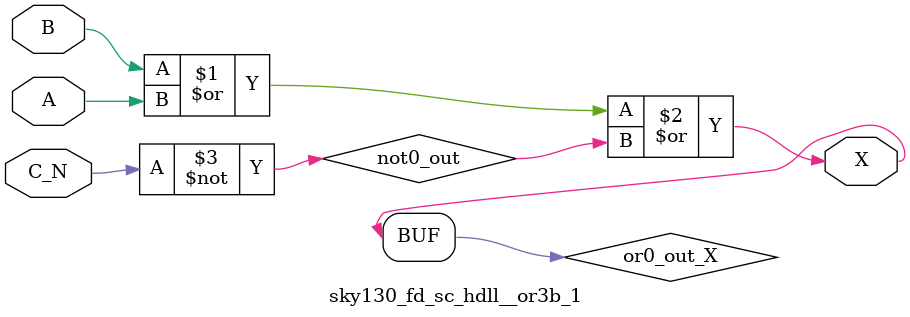
<source format=v>
/*
 * Copyright 2020 The SkyWater PDK Authors
 *
 * Licensed under the Apache License, Version 2.0 (the "License");
 * you may not use this file except in compliance with the License.
 * You may obtain a copy of the License at
 *
 *     https://www.apache.org/licenses/LICENSE-2.0
 *
 * Unless required by applicable law or agreed to in writing, software
 * distributed under the License is distributed on an "AS IS" BASIS,
 * WITHOUT WARRANTIES OR CONDITIONS OF ANY KIND, either express or implied.
 * See the License for the specific language governing permissions and
 * limitations under the License.
 *
 * SPDX-License-Identifier: Apache-2.0
*/


`ifndef SKY130_FD_SC_HDLL__OR3B_1_FUNCTIONAL_V
`define SKY130_FD_SC_HDLL__OR3B_1_FUNCTIONAL_V

/**
 * or3b: 3-input OR, first input inverted.
 *
 * Verilog simulation functional model.
 */

`timescale 1ns / 1ps
`default_nettype none

`celldefine
module sky130_fd_sc_hdll__or3b_1 (
    X  ,
    A  ,
    B  ,
    C_N
);

    // Module ports
    output X  ;
    input  A  ;
    input  B  ;
    input  C_N;

    // Local signals
    wire not0_out ;
    wire or0_out_X;

    //  Name  Output     Other arguments
    not not0 (not0_out , C_N            );
    or  or0  (or0_out_X, B, A, not0_out );
    buf buf0 (X        , or0_out_X      );

endmodule
`endcelldefine

`default_nettype wire
`endif  // SKY130_FD_SC_HDLL__OR3B_1_FUNCTIONAL_V

</source>
